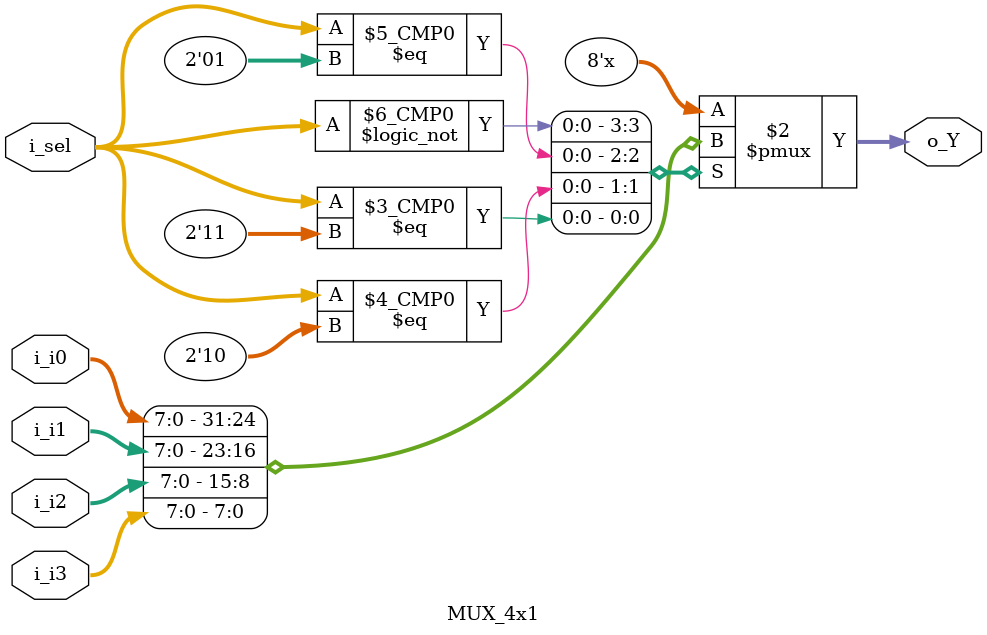
<source format=v>

module MUX_4x1#(  parameter DATA_WIDTH  = 8,
                	parameter ADDR_1 = 5,
	                parameter ADDR_2 = 4
               )( input      [DATA_WIDTH-1:0]    i_i0,i_i1,i_i2,i_i3,
                	input      [ADDR_1-1:ADDR_2-1] i_sel,
	                output reg [DATA_WIDTH-1:0]    o_Y
                );

	always@(*)
	begin
		o_Y = 0;
		case(i_sel)
			2'b00 : o_Y = i_i0;
			2'b01 : o_Y = i_i1;
			2'b10 : o_Y = i_i2;
			2'b11 : o_Y = i_i3;
		endcase
	end

endmodule

</source>
